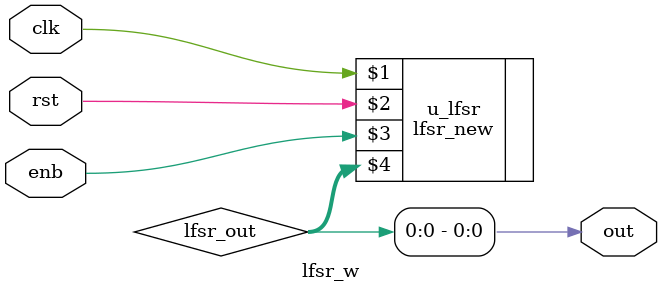
<source format=v>
module noise_gen (
  clk       ,   
  rst       ,   
  enb       ,   
  out           
  );
    input clk;
    input rst;
    input enb; 
    output [3 : 0] out;
    reg [3:0] out;
    wire lfsr1_out, lfsr2_out, lfsr3_out, lfsr4_out, lfsr5_out;
    wire lfsr6_out, lfsr7_out, lfsr8_out, lfsr9_out, lfsr10_out;
    wire lfsr11_out, lfsr12_out, lfsr13_out, lfsr14_out, lfsr15_out;
    lfsr_w #(.WIDTH(7), .TAPS(7'b1100000))
      u_lfsr1(.clk(clk), .rst(rst), .enb(enb), .out(lfsr1_out));
    lfsr_w #(.WIDTH(10), .TAPS(10'b1010011000))
      u_lfsr2(.clk(clk), .rst(rst), .enb(enb), .out(lfsr2_out));
    lfsr_w #(.WIDTH(11), .TAPS(11'b10100100100))
      u_lfsr3(.clk(clk), .rst(rst), .enb(enb), .out(lfsr3_out));
    lfsr_w #(.WIDTH(13), .TAPS(13'b1010010001000))
      u_lfsr4(.clk(clk), .rst(rst), .enb(enb), .out(lfsr4_out));
    lfsr_w #(.WIDTH(14), .TAPS(14'b10010101100100))
      u_lfsr5(.clk(clk), .rst(rst), .enb(enb), .out(lfsr5_out));
    lfsr_w #(.WIDTH(9), .TAPS(9'b101010010))
      u_lfsr6(.clk(clk), .rst(rst), .enb(enb), .out(lfsr6_out));
    lfsr_w #(.WIDTH(17), .TAPS(17'b10010010100100100))
      u_lfsr7(.clk(clk), .rst(rst), .enb(enb), .out(lfsr7_out));
    lfsr_w #(.WIDTH(19), .TAPS(19'b1000101010100010000))
      u_lfsr8(.clk(clk), .rst(rst), .enb(enb), .out(lfsr8_out));
    lfsr_w #(.WIDTH(7), .TAPS(7'b1001000))
      u_lfsr9(.clk(clk), .rst(rst), .enb(enb), .out(lfsr9_out));
    lfsr_w #(.WIDTH(9), .TAPS(9'b101101000))
      u_lfsr10(.clk(clk), .rst(rst), .enb(enb), .out(lfsr10_out));
    lfsr_w #(.WIDTH(10), .TAPS(10'b1011010000))
      u_lfsr11(.clk(clk), .rst(rst), .enb(enb), .out(lfsr11_out));
    lfsr_w #(.WIDTH(11), .TAPS(11'b10100010100))
      u_lfsr12(.clk(clk), .rst(rst), .enb(enb), .out(lfsr12_out));
    lfsr_w #(.WIDTH(13), .TAPS(13'b1010010100000))
      u_lfsr13(.clk(clk), .rst(rst), .enb(enb), .out(lfsr13_out));
    lfsr_w #(.WIDTH(14), .TAPS(14'b10100101101000))
      u_lfsr14(.clk(clk), .rst(rst), .enb(enb), .out(lfsr14_out));
    lfsr_w #(.WIDTH(17), .TAPS(17'b10001001001110000))
      u_lfsr15(.clk(clk), .rst(rst), .enb(enb), .out(lfsr15_out));
    wire [3 : 0] noise;
    assign noise = lfsr1_out + lfsr2_out + lfsr3_out + lfsr4_out + lfsr5_out +
        lfsr6_out + lfsr7_out + lfsr8_out + lfsr9_out + lfsr10_out +
  lfsr11_out + lfsr12_out + lfsr13_out + lfsr14_out + lfsr15_out;
    always @(posedge clk)
  if (rst) 
      out <= 0;
  else if (enb) begin
      out <= noise;
  end
endmodule
module lfsr_w (clk, rst, enb, out);
    parameter WIDTH = 2;
    parameter TAPS = 2'b10;
    input clk;
    input rst;
    input enb;
    output out;
    wire [WIDTH-1:0] lfsr_out;
    lfsr_new  #(.WIDTH(WIDTH), .TAPS(TAPS)) u_lfsr(clk, rst, enb, lfsr_out);
    assign out = lfsr_out[0];
endmodule

</source>
